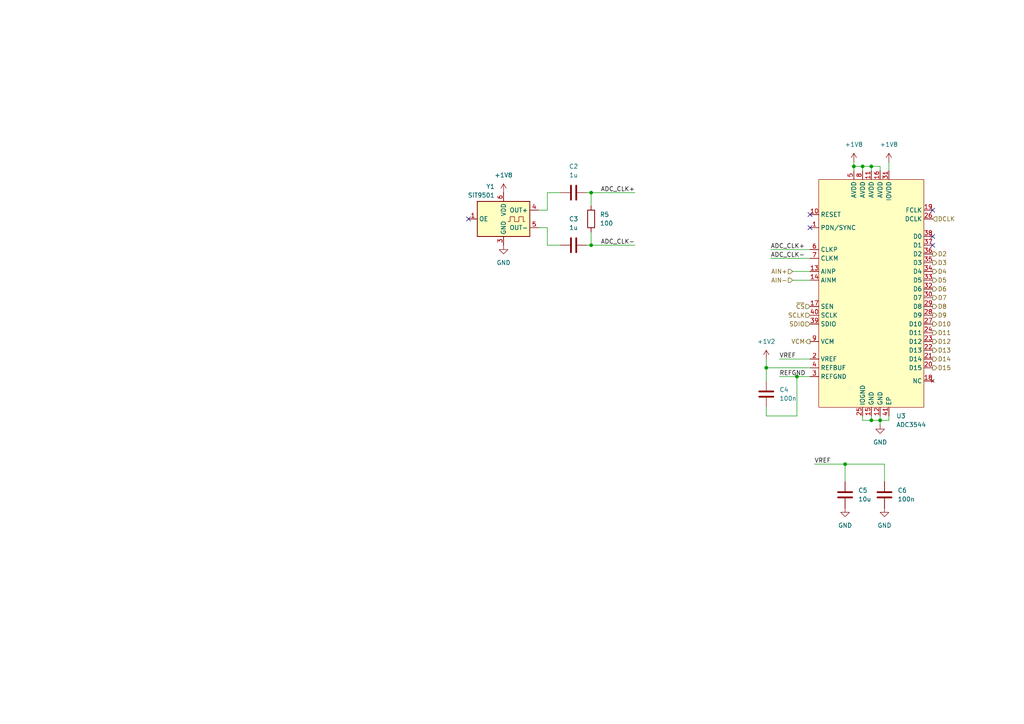
<source format=kicad_sch>
(kicad_sch (version 20250114) (generator "eeschema") (generator_version "9.0")
  (paper "A4")
  (title_block (title "ADC") (date "2026-02-19") (rev "1") (company "Emmanuel Koutsouklakis"))
  (lib_symbols
    (symbol "Device:C" (pin_numbers (hide yes)) (pin_names (offset 0.254))
      (property "Reference" "C" (at 0.635 2.54 0))
      (property "Value" "C" (at 0.635 -2.54 0))
      (symbol "C_0_1"
        (polyline (pts (xy -2.032 0.762) (xy 2.032 0.762)) (stroke (width 0.508)))
        (polyline (pts (xy -2.032 -0.762) (xy 2.032 -0.762)) (stroke (width 0.508)))
      )
      (symbol "C_1_1"
        (pin passive line (at 0 3.81 270) (length 2.794) (name "~") (number "1"))
        (pin passive line (at 0 -3.81 90) (length 2.794) (name "~") (number "2"))
      )
    )
    (symbol "Device:R" (pin_numbers (hide yes)) (pin_names (offset 0))
      (property "Reference" "R" (at 2.032 0 90))
      (property "Value" "R" (at 0 0 90))
      (symbol "R_0_1"
        (rectangle (start -1.016 -2.54) (end 1.016 2.54) (stroke (width 0.254)))
      )
      (symbol "R_1_1"
        (pin passive line (at 0 3.81 270) (length 1.27) (name "~") (number "1"))
        (pin passive line (at 0 -3.81 90) (length 1.27) (name "~") (number "2"))
      )
    )
    (symbol "Oscillator:SiT9365xx-xBx-xxE"
      (property "Reference" "Y" (at -6.35 6.35 0))
      (property "Value" "SiT9365xx-xBx-xxE" (at 8.89 -6.35 0))
      (symbol "SiT9365xx-xBx-xxE_0_1"
        (rectangle (start -7.62 5.08) (end 7.62 -5.08) (stroke (width 0.254)) (fill (type background)))
        (polyline (pts (xy 1.27 -0.762) (xy 1.905 -0.762) (xy 1.905 0.635) (xy 3.175 0.635) (xy 3.175 -0.762) (xy 4.445 -0.762) (xy 4.445 0.635) (xy 5.715 0.635) (xy 5.715 -0.762) (xy 6.223 -0.762)))
      )
      (symbol "SiT9365xx-xBx-xxE_1_1"
        (pin input line (at -10.16 0 0) (length 2.54) (name "OE") (number "1"))
        (pin no_connect line (at -7.62 2.54 0) (length 2.54) (hide yes) (name "NC") (number "2"))
        (pin power_in line (at 0 7.62 270) (length 2.54) (name "VDD") (number "6"))
        (pin power_in line (at 0 -7.62 90) (length 2.54) (name "GND") (number "3"))
        (pin output line (at 10.16 2.54 180) (length 2.54) (name "OUT+") (number "4"))
        (pin output line (at 10.16 -2.54 180) (length 2.54) (name "OUT-") (number "5"))
      )
    )
    (symbol "plib:ADC3544"
      (property "Reference" "U" (at 30.226 -32.258 0))
      (property "Value" "ADC3544" (at 0 0 0))
      (symbol "ADC3544_0_0"
        (pin input line (at -17.78 22.86 0) (length 2.54) (name "RESET") (number "10"))
        (pin input line (at -17.78 19.05 0) (length 2.54) (name "PDN/SYNC") (number "1"))
        (pin input line (at -17.78 12.7 0) (length 2.54) (name "CLKP") (number "6"))
        (pin input line (at -17.78 10.16 0) (length 2.54) (name "CLKM") (number "7"))
        (pin input line (at -17.78 6.35 0) (length 2.54) (name "AINP") (number "13"))
        (pin input line (at -17.78 3.81 0) (length 2.54) (name "AINM") (number "14"))
        (pin input line (at -17.78 -3.81 0) (length 2.54) (name "SEN") (number "17"))
        (pin input line (at -17.78 -6.35 0) (length 2.54) (name "SCLK") (number "40"))
        (pin input line (at -17.78 -8.89 0) (length 2.54) (name "SDIO") (number "39"))
        (pin output line (at -17.78 -13.97 0) (length 2.54) (name "VCM") (number "9"))
        (pin passive line (at -17.78 -19.05 0) (length 2.54) (name "VREF") (number "2"))
        (pin passive line (at -17.78 -21.59 0) (length 2.54) (name "REFBUF") (number "4"))
        (pin passive line (at -17.78 -24.13 0) (length 2.54) (name "REFGND") (number "3"))
        (pin power_in line (at -5.08 35.56 270) (length 2.54) (name "AVDD") (number "5"))
        (pin power_in line (at -2.54 35.56 270) (length 2.54) (name "AVDD") (number "8"))
        (pin passive line (at -2.54 -35.56 90) (length 2.54) (name "IOGND") (number "25"))
        (pin power_in line (at 0 35.56 270) (length 2.54) (name "AVDD") (number "11"))
        (pin passive line (at 0 -35.56 90) (length 2.54) (name "GND") (number "15"))
        (pin power_in line (at 2.54 35.56 270) (length 2.54) (name "AVDD") (number "16"))
        (pin passive line (at 2.54 -35.56 90) (length 2.54) (name "GND") (number "12"))
        (pin power_in line (at 5.08 35.56 270) (length 2.54) (name "IOVDD") (number "31"))
        (pin passive line (at 5.08 -35.56 90) (length 2.54) (name "EP") (number "41"))
        (pin output line (at 17.78 24.13 180) (length 2.54) (name "FCLK") (number "19"))
        (pin output line (at 17.78 21.59 180) (length 2.54) (name "DCLK") (number "26"))
        (pin output line (at 17.78 16.51 180) (length 2.54) (name "D0") (number "38"))
        (pin output line (at 17.78 13.97 180) (length 2.54) (name "D1") (number "37"))
        (pin output line (at 17.78 11.43 180) (length 2.54) (name "D2") (number "36"))
        (pin output line (at 17.78 8.89 180) (length 2.54) (name "D3") (number "35"))
        (pin output line (at 17.78 6.35 180) (length 2.54) (name "D4") (number "34"))
        (pin output line (at 17.78 3.81 180) (length 2.54) (name "D5") (number "33"))
        (pin output line (at 17.78 1.27 180) (length 2.54) (name "D6") (number "32"))
        (pin output line (at 17.78 -1.27 180) (length 2.54) (name "D7") (number "30"))
        (pin output line (at 17.78 -3.81 180) (length 2.54) (name "D8") (number "29"))
        (pin output line (at 17.78 -6.35 180) (length 2.54) (name "D9") (number "28"))
        (pin output line (at 17.78 -8.89 180) (length 2.54) (name "D10") (number "27"))
        (pin output line (at 17.78 -11.43 180) (length 2.54) (name "D11") (number "24"))
        (pin output line (at 17.78 -13.97 180) (length 2.54) (name "D12") (number "23"))
        (pin output line (at 17.78 -16.51 180) (length 2.54) (name "D13") (number "22"))
        (pin output line (at 17.78 -19.05 180) (length 2.54) (name "D14") (number "21"))
        (pin output line (at 17.78 -21.59 180) (length 2.54) (name "D15") (number "20"))
      )
      (symbol "ADC3544_0_1"
        (rectangle (start -15.24 33.02) (end 15.24 -33.02) (fill (type background)))
      )
      (symbol "ADC3544_1_0"
        (pin no_connect line (at 17.78 -25.4 180) (length 2.54) (name "NC") (number "18"))
      )
    )
    (symbol "power:+1V2" (power) (pin_numbers (hide yes)) (pin_names (offset 0) (hide yes))
      (property "Value" "+1V2" (at 0 3.556 0))
      (symbol "+1V2_0_1"
        (polyline (pts (xy -0.762 1.27) (xy 0 2.54)))
        (polyline (pts (xy 0 2.54) (xy 0.762 1.27)))
        (polyline (pts (xy 0 0) (xy 0 2.54)))
      )
      (symbol "+1V2_1_1"
        (pin power_in line (at 0 0 90) (length 0) (name "~") (number "1"))
      )
    )
    (symbol "power:+1V8" (power) (pin_numbers (hide yes)) (pin_names (offset 0) (hide yes))
      (property "Value" "+1V8" (at 0 3.556 0))
      (symbol "+1V8_0_1"
        (polyline (pts (xy -0.762 1.27) (xy 0 2.54)))
        (polyline (pts (xy 0 2.54) (xy 0.762 1.27)))
        (polyline (pts (xy 0 0) (xy 0 2.54)))
      )
      (symbol "+1V8_1_1"
        (pin power_in line (at 0 0 90) (length 0) (name "~") (number "1"))
      )
    )
    (symbol "power:GND" (power) (pin_numbers (hide yes)) (pin_names (offset 0) (hide yes))
      (property "Value" "GND" (at 0 -3.81 0))
      (symbol "GND_0_1"
        (polyline (pts (xy 0 0) (xy 0 -1.27) (xy 1.27 -1.27) (xy 0 -2.54) (xy -1.27 -1.27) (xy 0 -1.27)))
      )
      (symbol "GND_1_1"
        (pin power_in line (at 0 0 270) (length 0) (name "~") (number "1"))
      )
    )
  )
  (junction (at 245.11 134.62))
  (junction (at 252.73 48.26))
  (junction (at 222.25 106.68))
  (junction (at 250.19 48.26))
  (junction (at 231.14 109.22))
  (junction (at 252.73 121.92))
  (junction (at 171.45 55.88))
  (junction (at 171.45 71.12))
  (junction (at 247.65 48.26))
  (junction (at 255.27 121.92))
  (no_connect (at 270.51 60.96))
  (no_connect (at 270.51 68.58))
  (no_connect (at 270.51 71.12))
  (no_connect (at 234.95 62.23))
  (no_connect (at 234.95 66.04))
  (no_connect (at 135.89 63.5))
  (wire (pts (xy 255.27 120.65) (xy 255.27 121.92)))
  (wire (pts (xy 158.75 66.04) (xy 156.21 66.04)))
  (wire (pts (xy 247.65 48.26) (xy 250.19 48.26)))
  (wire (pts (xy 255.27 49.53) (xy 255.27 48.26)))
  (wire (pts (xy 252.73 48.26) (xy 255.27 48.26)))
  (wire (pts (xy 226.06 109.22) (xy 231.14 109.22)))
  (wire (pts (xy 250.19 121.92) (xy 252.73 121.92)))
  (wire (pts (xy 250.19 49.53) (xy 250.19 48.26)))
  (wire (pts (xy 255.27 121.92) (xy 255.27 123.19)))
  (wire (pts (xy 229.87 81.28) (xy 234.95 81.28)))
  (wire (pts (xy 231.14 109.22) (xy 231.14 120.65)))
  (wire (pts (xy 257.81 120.65) (xy 257.81 121.92)))
  (wire (pts (xy 245.11 139.7) (xy 245.11 134.62)))
  (wire (pts (xy 231.14 109.22) (xy 234.95 109.22)))
  (wire (pts (xy 158.75 55.88) (xy 162.56 55.88)))
  (wire (pts (xy 257.81 121.92) (xy 255.27 121.92)))
  (wire (pts (xy 256.54 134.62) (xy 245.11 134.62)))
  (wire (pts (xy 247.65 46.99) (xy 247.65 48.26)))
  (wire (pts (xy 222.25 104.14) (xy 222.25 106.68)))
  (wire (pts (xy 158.75 71.12) (xy 162.56 71.12)))
  (wire (pts (xy 257.81 46.99) (xy 257.81 49.53)))
  (wire (pts (xy 252.73 121.92) (xy 255.27 121.92)))
  (wire (pts (xy 231.14 120.65) (xy 222.25 120.65)))
  (wire (pts (xy 170.18 55.88) (xy 171.45 55.88)))
  (wire (pts (xy 252.73 120.65) (xy 252.73 121.92)))
  (wire (pts (xy 222.25 120.65) (xy 222.25 118.11)))
  (wire (pts (xy 252.73 49.53) (xy 252.73 48.26)))
  (wire (pts (xy 158.75 60.96) (xy 158.75 55.88)))
  (wire (pts (xy 171.45 67.31) (xy 171.45 71.12)))
  (wire (pts (xy 226.06 104.14) (xy 234.95 104.14)))
  (wire (pts (xy 156.21 60.96) (xy 158.75 60.96)))
  (wire (pts (xy 170.18 71.12) (xy 171.45 71.12)))
  (wire (pts (xy 247.65 48.26) (xy 247.65 49.53)))
  (wire (pts (xy 222.25 106.68) (xy 234.95 106.68)))
  (wire (pts (xy 250.19 120.65) (xy 250.19 121.92)))
  (wire (pts (xy 222.25 106.68) (xy 222.25 110.49)))
  (wire (pts (xy 223.52 74.93) (xy 234.95 74.93)))
  (wire (pts (xy 171.45 55.88) (xy 171.45 59.69)))
  (wire (pts (xy 223.52 72.39) (xy 234.95 72.39)))
  (wire (pts (xy 256.54 139.7) (xy 256.54 134.62)))
  (wire (pts (xy 171.45 71.12) (xy 184.15 71.12)))
  (wire (pts (xy 171.45 55.88) (xy 184.15 55.88)))
  (wire (pts (xy 250.19 48.26) (xy 252.73 48.26)))
  (wire (pts (xy 229.87 78.74) (xy 234.95 78.74)))
  (wire (pts (xy 158.75 71.12) (xy 158.75 66.04)))
  (wire (pts (xy 245.11 134.62) (xy 236.22 134.62)))
  (label "ADC_CLK+" (at 223.52 72.39 0))
  (label "ADC_CLK-" (at 184.15 71.12 180))
  (label "VREF" (at 226.06 104.14 0))
  (label "REFGND" (at 226.06 109.22 0))
  (label "ADC_CLK-" (at 223.52 74.93 0))
  (label "ADC_CLK+" (at 184.15 55.88 180))
  (label "VREF" (at 236.22 134.62 0))
  (hierarchical_label "D7" (shape output) (at 270.51 86.36 0))
  (hierarchical_label "SCLK" (shape input) (at 234.95 91.44 180))
  (hierarchical_label "D6" (shape output) (at 270.51 83.82 0))
  (hierarchical_label "AIN+" (shape input) (at 229.87 78.74 180))
  (hierarchical_label "~{CS}" (shape input) (at 234.95 88.9 180))
  (hierarchical_label "D5" (shape output) (at 270.51 81.28 0))
  (hierarchical_label "AIN-" (shape input) (at 229.87 81.28 180))
  (hierarchical_label "D11" (shape output) (at 270.51 96.52 0))
  (hierarchical_label "D15" (shape output) (at 270.51 106.68 0))
  (hierarchical_label "D10" (shape output) (at 270.51 93.98 0))
  (hierarchical_label "D13" (shape output) (at 270.51 101.6 0))
  (hierarchical_label "D3" (shape output) (at 270.51 76.2 0))
  (hierarchical_label "D2" (shape output) (at 270.51 73.66 0))
  (hierarchical_label "D12" (shape output) (at 270.51 99.06 0))
  (hierarchical_label "D4" (shape output) (at 270.51 78.74 0))
  (hierarchical_label "DCLK" (shape input) (at 270.51 63.5 0))
  (hierarchical_label "D8" (shape output) (at 270.51 88.9 0))
  (hierarchical_label "D14" (shape output) (at 270.51 104.14 0))
  (hierarchical_label "D9" (shape output) (at 270.51 91.44 0))
  (hierarchical_label "VCM" (shape output) (at 234.95 99.06 180))
  (hierarchical_label "SDIO" (shape input) (at 234.95 93.98 180))
  (symbol (lib_id "Device:C") (at 166.37 55.88 90) (unit 1)
    (property "Reference" "C2" (at 166.37 48.26 90))
    (property "Value" "1u" (at 166.37 50.8 90))
    (property "Footprint" "Capacitor_SMD:C_0603_1608Metric" (effects (hide yes)))
    (property "Description" "Unpolarized capacitor" (effects (hide yes)))
  )
  (symbol (lib_id "Device:C") (at 245.11 143.51 0) (unit 1)
    (property "Reference" "C5" (at 248.92 142.2399 0) (effects (justify left)))
    (property "Value" "10u" (at 248.92 144.7799 0) (effects (justify left)))
    (property "Footprint" "Capacitor_SMD:C_0603_1608Metric" (effects (hide yes)))
    (property "Description" "Unpolarized capacitor" (effects (hide yes)))
  )
  (symbol (lib_id "Device:R") (at 171.45 63.5 0) (unit 1)
    (property "Reference" "R5" (at 173.99 62.2299 0) (effects (justify left)))
    (property "Value" "100" (at 173.99 64.7699 0) (effects (justify left)))
    (property "Footprint" "Resistor_SMD:R_0603_1608Metric" (effects (hide yes)))
    (property "Description" "Resistor" (effects (hide yes)))
  )
  (symbol (lib_id "power:+1V2") (at 222.25 104.14 0) (unit 1)
    (property "Reference" "#PWR018" (effects (hide yes)))
    (property "Value" "+1V2" (at 222.25 99.06 0))
    (property "Description" "Power symbol creates a global label with name \"+1V2\"" (effects (hide yes)))
  )
  (symbol (lib_id "power:GND") (at 256.54 147.32 0) (unit 1)
    (property "Reference" "#PWR022" (effects (hide yes)))
    (property "Value" "GND" (at 256.54 152.4 0))
    (property "Description" "Power symbol creates a global label with name \"GND\" , ground" (effects (hide yes)))
  )
  (symbol (lib_id "plib:ADC3544") (at 252.73 85.09 0) (unit 1)
    (property "Reference" "U3" (at 259.9533 120.65 0) (effects (justify left)))
    (property "Value" "ADC3544" (at 259.9533 123.19 0) (effects (justify left)))
    (property "Footprint" "Package_DFN_QFN:QFN-40-1EP_5x5mm_P0.4mm_EP3.6x3.6mm" (effects (hide yes)))
  )
  (symbol (lib_id "power:GND") (at 245.11 147.32 0) (unit 1)
    (property "Reference" "#PWR019" (effects (hide yes)))
    (property "Value" "GND" (at 245.11 152.4 0))
    (property "Description" "Power symbol creates a global label with name \"GND\" , ground" (effects (hide yes)))
  )
  (symbol (lib_id "Device:C") (at 166.37 71.12 90) (unit 1)
    (property "Reference" "C3" (at 166.37 63.5 90))
    (property "Value" "1u" (at 166.37 66.04 90))
    (property "Footprint" "Capacitor_SMD:C_0603_1608Metric" (effects (hide yes)))
    (property "Description" "Unpolarized capacitor" (effects (hide yes)))
  )
  (symbol (lib_id "Oscillator:SiT9365xx-xBx-xxE") (at 146.05 63.5 0) (unit 1)
    (property "Reference" "Y1" (at 143.51 54.102 0) (effects (justify right)))
    (property "Value" "SiT9501" (at 143.51 56.642 0) (effects (justify right)))
    (property "Footprint" "Oscillator:Oscillator_SMD_SiTime_PQFD-6L_3.2x2.5mm" (effects (hide yes)))
    (property "Datasheet" "https://www.sitime.com/datasheet/SiT9365" (effects (hide yes)))
    (property "Description" "SiTime Standard Frequency Ultra-low Jitter Differential Oscillator, 25-325MHz, PQFD-6, 3.2x2.5mm (with enable pin)" (effects (hide yes)))
  )
  (symbol (lib_id "power:+1V8") (at 247.65 46.99 0) (unit 1)
    (property "Reference" "#PWR020" (effects (hide yes)))
    (property "Value" "+1V8" (at 247.65 41.91 0))
    (property "Description" "Power symbol creates a global label with name \"+1V8\"" (effects (hide yes)))
  )
  (symbol (lib_id "power:GND") (at 255.27 123.19 0) (unit 1)
    (property "Reference" "#PWR021" (effects (hide yes)))
    (property "Value" "GND" (at 255.27 128.27 0))
    (property "Description" "Power symbol creates a global label with name \"GND\" , ground" (effects (hide yes)))
  )
  (symbol (lib_id "power:+1V8") (at 146.05 55.88 0) (unit 1)
    (property "Reference" "#PWR016" (effects (hide yes)))
    (property "Value" "+1V8" (at 146.05 50.8 0))
    (property "Description" "Power symbol creates a global label with name \"+1V8\"" (effects (hide yes)))
  )
  (symbol (lib_id "Device:C") (at 256.54 143.51 0) (unit 1)
    (property "Reference" "C6" (at 260.35 142.2399 0) (effects (justify left)))
    (property "Value" "100n" (at 260.35 144.7799 0) (effects (justify left)))
    (property "Footprint" "Capacitor_SMD:C_0603_1608Metric" (effects (hide yes)))
    (property "Description" "Unpolarized capacitor" (effects (hide yes)))
  )
  (symbol (lib_id "power:+1V8") (at 257.81 46.99 0) (unit 1)
    (property "Reference" "#PWR023" (effects (hide yes)))
    (property "Value" "+1V8" (at 257.81 41.91 0))
    (property "Description" "Power symbol creates a global label with name \"+1V8\"" (effects (hide yes)))
  )
  (symbol (lib_id "Device:C") (at 222.25 114.3 0) (unit 1)
    (property "Reference" "C4" (at 226.06 113.0299 0) (effects (justify left)))
    (property "Value" "100n" (at 226.06 115.5699 0) (effects (justify left)))
    (property "Footprint" "Capacitor_SMD:C_0603_1608Metric" (effects (hide yes)))
    (property "Description" "Unpolarized capacitor" (effects (hide yes)))
  )
  (symbol (lib_id "power:GND") (at 146.05 71.12 0) (unit 1)
    (property "Reference" "#PWR017" (effects (hide yes)))
    (property "Value" "GND" (at 146.05 76.2 0))
    (property "Description" "Power symbol creates a global label with name \"GND\" , ground" (effects (hide yes)))
  )
)
</source>
